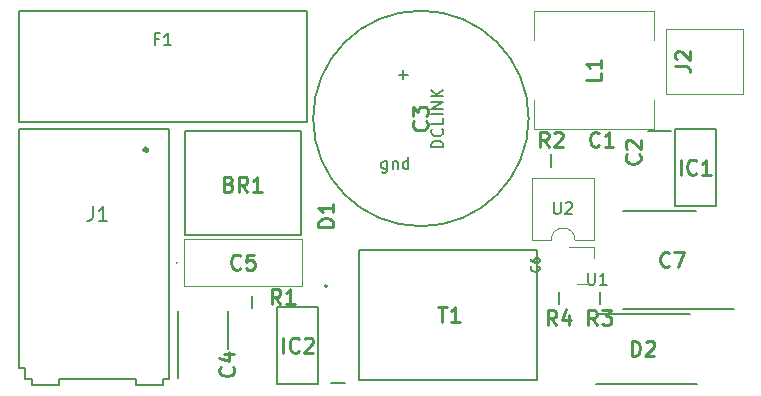
<source format=gbr>
%TF.GenerationSoftware,KiCad,Pcbnew,(5.1.12-1-g0a0a2da680)-1*%
%TF.CreationDate,2021-11-23T21:30:51+01:00*%
%TF.ProjectId,SMPS,534d5053-2e6b-4696-9361-645f70636258,rev?*%
%TF.SameCoordinates,Original*%
%TF.FileFunction,Legend,Top*%
%TF.FilePolarity,Positive*%
%FSLAX46Y46*%
G04 Gerber Fmt 4.6, Leading zero omitted, Abs format (unit mm)*
G04 Created by KiCad (PCBNEW (5.1.12-1-g0a0a2da680)-1) date 2021-11-23 21:30:51*
%MOMM*%
%LPD*%
G01*
G04 APERTURE LIST*
%ADD10C,0.150000*%
%ADD11C,0.127000*%
%ADD12C,0.200000*%
%ADD13C,0.100000*%
%ADD14C,0.400000*%
%ADD15C,0.254000*%
%ADD16C,0.120000*%
%ADD17C,0.187500*%
G04 APERTURE END LIST*
D10*
X79419047Y-65671428D02*
X80180952Y-65671428D01*
X79800000Y-66052380D02*
X79800000Y-65290476D01*
X78409523Y-72985714D02*
X78409523Y-73795238D01*
X78361904Y-73890476D01*
X78314285Y-73938095D01*
X78219047Y-73985714D01*
X78076190Y-73985714D01*
X77980952Y-73938095D01*
X78409523Y-73604761D02*
X78314285Y-73652380D01*
X78123809Y-73652380D01*
X78028571Y-73604761D01*
X77980952Y-73557142D01*
X77933333Y-73461904D01*
X77933333Y-73176190D01*
X77980952Y-73080952D01*
X78028571Y-73033333D01*
X78123809Y-72985714D01*
X78314285Y-72985714D01*
X78409523Y-73033333D01*
X78885714Y-72985714D02*
X78885714Y-73652380D01*
X78885714Y-73080952D02*
X78933333Y-73033333D01*
X79028571Y-72985714D01*
X79171428Y-72985714D01*
X79266666Y-73033333D01*
X79314285Y-73128571D01*
X79314285Y-73652380D01*
X80219047Y-73652380D02*
X80219047Y-72652380D01*
X80219047Y-73604761D02*
X80123809Y-73652380D01*
X79933333Y-73652380D01*
X79838095Y-73604761D01*
X79790476Y-73557142D01*
X79742857Y-73461904D01*
X79742857Y-73176190D01*
X79790476Y-73080952D01*
X79838095Y-73033333D01*
X79933333Y-72985714D01*
X80123809Y-72985714D01*
X80219047Y-73033333D01*
X83152380Y-71828571D02*
X82152380Y-71828571D01*
X82152380Y-71590476D01*
X82200000Y-71447619D01*
X82295238Y-71352380D01*
X82390476Y-71304761D01*
X82580952Y-71257142D01*
X82723809Y-71257142D01*
X82914285Y-71304761D01*
X83009523Y-71352380D01*
X83104761Y-71447619D01*
X83152380Y-71590476D01*
X83152380Y-71828571D01*
X83057142Y-70257142D02*
X83104761Y-70304761D01*
X83152380Y-70447619D01*
X83152380Y-70542857D01*
X83104761Y-70685714D01*
X83009523Y-70780952D01*
X82914285Y-70828571D01*
X82723809Y-70876190D01*
X82580952Y-70876190D01*
X82390476Y-70828571D01*
X82295238Y-70780952D01*
X82200000Y-70685714D01*
X82152380Y-70542857D01*
X82152380Y-70447619D01*
X82200000Y-70304761D01*
X82247619Y-70257142D01*
X83152380Y-69352380D02*
X83152380Y-69828571D01*
X82152380Y-69828571D01*
X83152380Y-69019047D02*
X82152380Y-69019047D01*
X83152380Y-68542857D02*
X82152380Y-68542857D01*
X83152380Y-67971428D01*
X82152380Y-67971428D01*
X83152380Y-67495238D02*
X82152380Y-67495238D01*
X83152380Y-66923809D02*
X82580952Y-67352380D01*
X82152380Y-66923809D02*
X82723809Y-67495238D01*
D11*
%TO.C,T1*%
X91075000Y-80525000D02*
X76075000Y-80525000D01*
X91075000Y-91525000D02*
X76075000Y-91525000D01*
X76075000Y-91525000D02*
X76075000Y-80525000D01*
X91075000Y-91525000D02*
X91075000Y-80525000D01*
D12*
%TO.C,R4*%
X92950000Y-84075000D02*
X92950000Y-85125000D01*
%TO.C,R3*%
X96425000Y-85125000D02*
X96425000Y-84075000D01*
%TO.C,R2*%
X92300000Y-72400000D02*
X92300000Y-73450000D01*
%TO.C,R1*%
X66950000Y-84400000D02*
X66950000Y-85450000D01*
D13*
%TO.C,L1*%
X101005000Y-70275000D02*
X101025000Y-67815000D01*
X90825000Y-70275000D02*
X101005000Y-70275000D01*
X90825000Y-67815000D02*
X90825000Y-70275000D01*
X90845000Y-60275000D02*
X90845000Y-62735000D01*
X101005000Y-60275000D02*
X90845000Y-60275000D01*
X101005000Y-62735000D02*
X101005000Y-60275000D01*
%TO.C,J2*%
X108525000Y-67325000D02*
X102025000Y-67325000D01*
X108525000Y-61785000D02*
X108525000Y-67325000D01*
X102025000Y-61785000D02*
X108525000Y-61785000D01*
X102025000Y-67325000D02*
X102025000Y-61785000D01*
D14*
%TO.C,J1*%
X58075000Y-72025000D02*
G75*
G03*
X58075000Y-72025000I-100000J0D01*
G01*
D12*
X47275000Y-70275000D02*
X59975000Y-70275000D01*
X47275000Y-90475000D02*
X47275000Y-70275000D01*
X47775000Y-90475000D02*
X47275000Y-90475000D01*
X47775000Y-91475000D02*
X47775000Y-90475000D01*
X48325000Y-91475000D02*
X47775000Y-91475000D01*
X48325000Y-91975000D02*
X48325000Y-91475000D01*
X50625000Y-91975000D02*
X48325000Y-91975000D01*
X50625000Y-91475000D02*
X50625000Y-91975000D01*
X57125000Y-91475000D02*
X50625000Y-91475000D01*
X57125000Y-91975000D02*
X57125000Y-91475000D01*
X59425000Y-91975000D02*
X57125000Y-91975000D01*
X59425000Y-91475000D02*
X59425000Y-91975000D01*
X59975000Y-91475000D02*
X59425000Y-91475000D01*
X59975000Y-70275000D02*
X59975000Y-91475000D01*
%TO.C,IC2*%
X74850000Y-91775000D02*
X73650000Y-91775000D01*
X72600000Y-85375000D02*
X72600000Y-91875000D01*
X69100000Y-85375000D02*
X72600000Y-85375000D01*
X69100000Y-91875000D02*
X69100000Y-85375000D01*
X72600000Y-91875000D02*
X69100000Y-91875000D01*
%TO.C,IC1*%
X100475000Y-70450000D02*
X102425000Y-70450000D01*
X102775000Y-76800000D02*
X102775000Y-70300000D01*
X106225000Y-76800000D02*
X102775000Y-76800000D01*
X106225000Y-70300000D02*
X106225000Y-76800000D01*
X102775000Y-70300000D02*
X106225000Y-70300000D01*
D11*
%TO.C,F1*%
X71650000Y-69650000D02*
X47250000Y-69650000D01*
X71650000Y-60250000D02*
X71650000Y-69650000D01*
X47250000Y-60250000D02*
X71650000Y-60250000D01*
X47250000Y-69650000D02*
X47250000Y-60250000D01*
D12*
%TO.C,D2*%
X104020000Y-85948000D02*
X96080000Y-85948000D01*
X96080000Y-91852000D02*
X104650000Y-91852000D01*
D15*
%TO.C,D1*%
X73295850Y-83568000D02*
G75*
G03*
X73295850Y-83568000I-64850J0D01*
G01*
D12*
%TO.C,C7*%
X104600000Y-77225000D02*
X98375000Y-77225000D01*
X107825000Y-85525000D02*
X98375000Y-85525000D01*
%TO.C,C4*%
X64975000Y-88875000D02*
X64975000Y-85650000D01*
X60675000Y-91350000D02*
X60675000Y-85650000D01*
%TO.C,C3*%
X90400000Y-69375000D02*
G75*
G03*
X90400000Y-69375000I-9125000J0D01*
G01*
D16*
%TO.C,U2*%
X95960000Y-83380000D02*
X95960000Y-82450000D01*
X95960000Y-80220000D02*
X95960000Y-81150000D01*
X95960000Y-80220000D02*
X93800000Y-80220000D01*
X95960000Y-83380000D02*
X94500000Y-83380000D01*
%TO.C,U1*%
X94315000Y-79655000D02*
X95965000Y-79655000D01*
X95965000Y-79655000D02*
X95965000Y-74455000D01*
X95965000Y-74455000D02*
X90665000Y-74455000D01*
X90665000Y-74455000D02*
X90665000Y-79655000D01*
X90665000Y-79655000D02*
X92315000Y-79655000D01*
X92315000Y-79655000D02*
G75*
G02*
X94315000Y-79655000I1000000J0D01*
G01*
D13*
%TO.C,C5*%
X61200000Y-79575000D02*
X71200000Y-79575000D01*
X71200000Y-79575000D02*
X71200000Y-83575000D01*
X71200000Y-83575000D02*
X61200000Y-83575000D01*
X61200000Y-83575000D02*
X61200000Y-79575000D01*
D12*
X60650000Y-81575000D02*
G75*
G03*
X60650000Y-81575000I-50000J0D01*
G01*
%TO.C,BR1*%
X61270000Y-70430000D02*
X71130000Y-70430000D01*
X71130000Y-70430000D02*
X71130000Y-79270000D01*
X71130000Y-79270000D02*
X61270000Y-79270000D01*
X61270000Y-79270000D02*
X61270000Y-70430000D01*
%TO.C,T1*%
D15*
X82732380Y-85304523D02*
X83458095Y-85304523D01*
X83095238Y-86574523D02*
X83095238Y-85304523D01*
X84546666Y-86574523D02*
X83820952Y-86574523D01*
X84183809Y-86574523D02*
X84183809Y-85304523D01*
X84062857Y-85485952D01*
X83941904Y-85606904D01*
X83820952Y-85667380D01*
%TO.C,R4*%
X92738333Y-86874523D02*
X92315000Y-86269761D01*
X92012619Y-86874523D02*
X92012619Y-85604523D01*
X92496428Y-85604523D01*
X92617380Y-85665000D01*
X92677857Y-85725476D01*
X92738333Y-85846428D01*
X92738333Y-86027857D01*
X92677857Y-86148809D01*
X92617380Y-86209285D01*
X92496428Y-86269761D01*
X92012619Y-86269761D01*
X93826904Y-86027857D02*
X93826904Y-86874523D01*
X93524523Y-85544047D02*
X93222142Y-86451190D01*
X94008333Y-86451190D01*
%TO.C,R3*%
X96188333Y-86874523D02*
X95765000Y-86269761D01*
X95462619Y-86874523D02*
X95462619Y-85604523D01*
X95946428Y-85604523D01*
X96067380Y-85665000D01*
X96127857Y-85725476D01*
X96188333Y-85846428D01*
X96188333Y-86027857D01*
X96127857Y-86148809D01*
X96067380Y-86209285D01*
X95946428Y-86269761D01*
X95462619Y-86269761D01*
X96611666Y-85604523D02*
X97397857Y-85604523D01*
X96974523Y-86088333D01*
X97155952Y-86088333D01*
X97276904Y-86148809D01*
X97337380Y-86209285D01*
X97397857Y-86330238D01*
X97397857Y-86632619D01*
X97337380Y-86753571D01*
X97276904Y-86814047D01*
X97155952Y-86874523D01*
X96793095Y-86874523D01*
X96672142Y-86814047D01*
X96611666Y-86753571D01*
%TO.C,R2*%
X92088333Y-71774523D02*
X91665000Y-71169761D01*
X91362619Y-71774523D02*
X91362619Y-70504523D01*
X91846428Y-70504523D01*
X91967380Y-70565000D01*
X92027857Y-70625476D01*
X92088333Y-70746428D01*
X92088333Y-70927857D01*
X92027857Y-71048809D01*
X91967380Y-71109285D01*
X91846428Y-71169761D01*
X91362619Y-71169761D01*
X92572142Y-70625476D02*
X92632619Y-70565000D01*
X92753571Y-70504523D01*
X93055952Y-70504523D01*
X93176904Y-70565000D01*
X93237380Y-70625476D01*
X93297857Y-70746428D01*
X93297857Y-70867380D01*
X93237380Y-71048809D01*
X92511666Y-71774523D01*
X93297857Y-71774523D01*
%TO.C,R1*%
X69388333Y-85074523D02*
X68965000Y-84469761D01*
X68662619Y-85074523D02*
X68662619Y-83804523D01*
X69146428Y-83804523D01*
X69267380Y-83865000D01*
X69327857Y-83925476D01*
X69388333Y-84046428D01*
X69388333Y-84227857D01*
X69327857Y-84348809D01*
X69267380Y-84409285D01*
X69146428Y-84469761D01*
X68662619Y-84469761D01*
X70597857Y-85074523D02*
X69872142Y-85074523D01*
X70235000Y-85074523D02*
X70235000Y-83804523D01*
X70114047Y-83985952D01*
X69993095Y-84106904D01*
X69872142Y-84167380D01*
%TO.C,L1*%
X96499523Y-65486666D02*
X96499523Y-66091428D01*
X95229523Y-66091428D01*
X96499523Y-64398095D02*
X96499523Y-65123809D01*
X96499523Y-64760952D02*
X95229523Y-64760952D01*
X95410952Y-64881904D01*
X95531904Y-65002857D01*
X95592380Y-65123809D01*
%TO.C,J2*%
X102804523Y-64923333D02*
X103711666Y-64923333D01*
X103893095Y-64983809D01*
X104014047Y-65104761D01*
X104074523Y-65286190D01*
X104074523Y-65407142D01*
X102925476Y-64379047D02*
X102865000Y-64318571D01*
X102804523Y-64197619D01*
X102804523Y-63895238D01*
X102865000Y-63774285D01*
X102925476Y-63713809D01*
X103046428Y-63653333D01*
X103167380Y-63653333D01*
X103348809Y-63713809D01*
X104074523Y-64439523D01*
X104074523Y-63653333D01*
%TO.C,J1*%
D10*
X53483333Y-76815476D02*
X53483333Y-77708333D01*
X53423809Y-77886904D01*
X53304761Y-78005952D01*
X53126190Y-78065476D01*
X53007142Y-78065476D01*
X54733333Y-78065476D02*
X54019047Y-78065476D01*
X54376190Y-78065476D02*
X54376190Y-76815476D01*
X54257142Y-76994047D01*
X54138095Y-77113095D01*
X54019047Y-77172619D01*
%TO.C,IC2*%
D15*
X69610238Y-89199523D02*
X69610238Y-87929523D01*
X70940714Y-89078571D02*
X70880238Y-89139047D01*
X70698809Y-89199523D01*
X70577857Y-89199523D01*
X70396428Y-89139047D01*
X70275476Y-89018095D01*
X70215000Y-88897142D01*
X70154523Y-88655238D01*
X70154523Y-88473809D01*
X70215000Y-88231904D01*
X70275476Y-88110952D01*
X70396428Y-87990000D01*
X70577857Y-87929523D01*
X70698809Y-87929523D01*
X70880238Y-87990000D01*
X70940714Y-88050476D01*
X71424523Y-88050476D02*
X71485000Y-87990000D01*
X71605952Y-87929523D01*
X71908333Y-87929523D01*
X72029285Y-87990000D01*
X72089761Y-88050476D01*
X72150238Y-88171428D01*
X72150238Y-88292380D01*
X72089761Y-88473809D01*
X71364047Y-89199523D01*
X72150238Y-89199523D01*
%TO.C,IC1*%
X103260238Y-74124523D02*
X103260238Y-72854523D01*
X104590714Y-74003571D02*
X104530238Y-74064047D01*
X104348809Y-74124523D01*
X104227857Y-74124523D01*
X104046428Y-74064047D01*
X103925476Y-73943095D01*
X103865000Y-73822142D01*
X103804523Y-73580238D01*
X103804523Y-73398809D01*
X103865000Y-73156904D01*
X103925476Y-73035952D01*
X104046428Y-72915000D01*
X104227857Y-72854523D01*
X104348809Y-72854523D01*
X104530238Y-72915000D01*
X104590714Y-72975476D01*
X105800238Y-74124523D02*
X105074523Y-74124523D01*
X105437380Y-74124523D02*
X105437380Y-72854523D01*
X105316428Y-73035952D01*
X105195476Y-73156904D01*
X105074523Y-73217380D01*
%TO.C,F1*%
D10*
X59065094Y-62628234D02*
X58730188Y-62628234D01*
X58730188Y-63154514D02*
X58730188Y-62149797D01*
X59208625Y-62149797D01*
X60117655Y-63154514D02*
X59543531Y-63154514D01*
X59830593Y-63154514D02*
X59830593Y-62149797D01*
X59734905Y-62293328D01*
X59639218Y-62389016D01*
X59543531Y-62436859D01*
%TO.C,D2*%
D15*
X99112619Y-89474523D02*
X99112619Y-88204523D01*
X99415000Y-88204523D01*
X99596428Y-88265000D01*
X99717380Y-88385952D01*
X99777857Y-88506904D01*
X99838333Y-88748809D01*
X99838333Y-88930238D01*
X99777857Y-89172142D01*
X99717380Y-89293095D01*
X99596428Y-89414047D01*
X99415000Y-89474523D01*
X99112619Y-89474523D01*
X100322142Y-88325476D02*
X100382619Y-88265000D01*
X100503571Y-88204523D01*
X100805952Y-88204523D01*
X100926904Y-88265000D01*
X100987380Y-88325476D01*
X101047857Y-88446428D01*
X101047857Y-88567380D01*
X100987380Y-88748809D01*
X100261666Y-89474523D01*
X101047857Y-89474523D01*
%TO.C,D1*%
X73874523Y-78537380D02*
X72604523Y-78537380D01*
X72604523Y-78235000D01*
X72665000Y-78053571D01*
X72785952Y-77932619D01*
X72906904Y-77872142D01*
X73148809Y-77811666D01*
X73330238Y-77811666D01*
X73572142Y-77872142D01*
X73693095Y-77932619D01*
X73814047Y-78053571D01*
X73874523Y-78235000D01*
X73874523Y-78537380D01*
X73874523Y-76602142D02*
X73874523Y-77327857D01*
X73874523Y-76965000D02*
X72604523Y-76965000D01*
X72785952Y-77085952D01*
X72906904Y-77206904D01*
X72967380Y-77327857D01*
%TO.C,C7*%
X102313333Y-81828571D02*
X102252857Y-81889047D01*
X102071428Y-81949523D01*
X101950476Y-81949523D01*
X101769047Y-81889047D01*
X101648095Y-81768095D01*
X101587619Y-81647142D01*
X101527142Y-81405238D01*
X101527142Y-81223809D01*
X101587619Y-80981904D01*
X101648095Y-80860952D01*
X101769047Y-80740000D01*
X101950476Y-80679523D01*
X102071428Y-80679523D01*
X102252857Y-80740000D01*
X102313333Y-80800476D01*
X102736666Y-80679523D02*
X103583333Y-80679523D01*
X103039047Y-81949523D01*
%TO.C,C6*%
D17*
X91267857Y-81875000D02*
X91303571Y-81910714D01*
X91339285Y-82017857D01*
X91339285Y-82089285D01*
X91303571Y-82196428D01*
X91232142Y-82267857D01*
X91160714Y-82303571D01*
X91017857Y-82339285D01*
X90910714Y-82339285D01*
X90767857Y-82303571D01*
X90696428Y-82267857D01*
X90625000Y-82196428D01*
X90589285Y-82089285D01*
X90589285Y-82017857D01*
X90625000Y-81910714D01*
X90660714Y-81875000D01*
X90589285Y-81232142D02*
X90589285Y-81375000D01*
X90625000Y-81446428D01*
X90660714Y-81482142D01*
X90767857Y-81553571D01*
X90910714Y-81589285D01*
X91196428Y-81589285D01*
X91267857Y-81553571D01*
X91303571Y-81517857D01*
X91339285Y-81446428D01*
X91339285Y-81303571D01*
X91303571Y-81232142D01*
X91267857Y-81196428D01*
X91196428Y-81160714D01*
X91017857Y-81160714D01*
X90946428Y-81196428D01*
X90910714Y-81232142D01*
X90875000Y-81303571D01*
X90875000Y-81446428D01*
X90910714Y-81517857D01*
X90946428Y-81553571D01*
X91017857Y-81589285D01*
%TO.C,C4*%
D15*
X65353571Y-90411666D02*
X65414047Y-90472142D01*
X65474523Y-90653571D01*
X65474523Y-90774523D01*
X65414047Y-90955952D01*
X65293095Y-91076904D01*
X65172142Y-91137380D01*
X64930238Y-91197857D01*
X64748809Y-91197857D01*
X64506904Y-91137380D01*
X64385952Y-91076904D01*
X64265000Y-90955952D01*
X64204523Y-90774523D01*
X64204523Y-90653571D01*
X64265000Y-90472142D01*
X64325476Y-90411666D01*
X64627857Y-89323095D02*
X65474523Y-89323095D01*
X64144047Y-89625476D02*
X65051190Y-89927857D01*
X65051190Y-89141666D01*
%TO.C,C3*%
X81728571Y-69586666D02*
X81789047Y-69647142D01*
X81849523Y-69828571D01*
X81849523Y-69949523D01*
X81789047Y-70130952D01*
X81668095Y-70251904D01*
X81547142Y-70312380D01*
X81305238Y-70372857D01*
X81123809Y-70372857D01*
X80881904Y-70312380D01*
X80760952Y-70251904D01*
X80640000Y-70130952D01*
X80579523Y-69949523D01*
X80579523Y-69828571D01*
X80640000Y-69647142D01*
X80700476Y-69586666D01*
X80579523Y-69163333D02*
X80579523Y-68377142D01*
X81063333Y-68800476D01*
X81063333Y-68619047D01*
X81123809Y-68498095D01*
X81184285Y-68437619D01*
X81305238Y-68377142D01*
X81607619Y-68377142D01*
X81728571Y-68437619D01*
X81789047Y-68498095D01*
X81849523Y-68619047D01*
X81849523Y-68981904D01*
X81789047Y-69102857D01*
X81728571Y-69163333D01*
%TO.C,C2*%
X99753571Y-72411666D02*
X99814047Y-72472142D01*
X99874523Y-72653571D01*
X99874523Y-72774523D01*
X99814047Y-72955952D01*
X99693095Y-73076904D01*
X99572142Y-73137380D01*
X99330238Y-73197857D01*
X99148809Y-73197857D01*
X98906904Y-73137380D01*
X98785952Y-73076904D01*
X98665000Y-72955952D01*
X98604523Y-72774523D01*
X98604523Y-72653571D01*
X98665000Y-72472142D01*
X98725476Y-72411666D01*
X98725476Y-71927857D02*
X98665000Y-71867380D01*
X98604523Y-71746428D01*
X98604523Y-71444047D01*
X98665000Y-71323095D01*
X98725476Y-71262619D01*
X98846428Y-71202142D01*
X98967380Y-71202142D01*
X99148809Y-71262619D01*
X99874523Y-71988333D01*
X99874523Y-71202142D01*
%TO.C,C1*%
X96363333Y-71653571D02*
X96302857Y-71714047D01*
X96121428Y-71774523D01*
X96000476Y-71774523D01*
X95819047Y-71714047D01*
X95698095Y-71593095D01*
X95637619Y-71472142D01*
X95577142Y-71230238D01*
X95577142Y-71048809D01*
X95637619Y-70806904D01*
X95698095Y-70685952D01*
X95819047Y-70565000D01*
X96000476Y-70504523D01*
X96121428Y-70504523D01*
X96302857Y-70565000D01*
X96363333Y-70625476D01*
X97572857Y-71774523D02*
X96847142Y-71774523D01*
X97210000Y-71774523D02*
X97210000Y-70504523D01*
X97089047Y-70685952D01*
X96968095Y-70806904D01*
X96847142Y-70867380D01*
%TO.C,U2*%
D10*
X92538095Y-76452380D02*
X92538095Y-77261904D01*
X92585714Y-77357142D01*
X92633333Y-77404761D01*
X92728571Y-77452380D01*
X92919047Y-77452380D01*
X93014285Y-77404761D01*
X93061904Y-77357142D01*
X93109523Y-77261904D01*
X93109523Y-76452380D01*
X93538095Y-76547619D02*
X93585714Y-76500000D01*
X93680952Y-76452380D01*
X93919047Y-76452380D01*
X94014285Y-76500000D01*
X94061904Y-76547619D01*
X94109523Y-76642857D01*
X94109523Y-76738095D01*
X94061904Y-76880952D01*
X93490476Y-77452380D01*
X94109523Y-77452380D01*
%TO.C,U1*%
X95438095Y-82452380D02*
X95438095Y-83261904D01*
X95485714Y-83357142D01*
X95533333Y-83404761D01*
X95628571Y-83452380D01*
X95819047Y-83452380D01*
X95914285Y-83404761D01*
X95961904Y-83357142D01*
X96009523Y-83261904D01*
X96009523Y-82452380D01*
X97009523Y-83452380D02*
X96438095Y-83452380D01*
X96723809Y-83452380D02*
X96723809Y-82452380D01*
X96628571Y-82595238D01*
X96533333Y-82690476D01*
X96438095Y-82738095D01*
%TO.C,C5*%
D15*
X65988333Y-82053571D02*
X65927857Y-82114047D01*
X65746428Y-82174523D01*
X65625476Y-82174523D01*
X65444047Y-82114047D01*
X65323095Y-81993095D01*
X65262619Y-81872142D01*
X65202142Y-81630238D01*
X65202142Y-81448809D01*
X65262619Y-81206904D01*
X65323095Y-81085952D01*
X65444047Y-80965000D01*
X65625476Y-80904523D01*
X65746428Y-80904523D01*
X65927857Y-80965000D01*
X65988333Y-81025476D01*
X67137380Y-80904523D02*
X66532619Y-80904523D01*
X66472142Y-81509285D01*
X66532619Y-81448809D01*
X66653571Y-81388333D01*
X66955952Y-81388333D01*
X67076904Y-81448809D01*
X67137380Y-81509285D01*
X67197857Y-81630238D01*
X67197857Y-81932619D01*
X67137380Y-82053571D01*
X67076904Y-82114047D01*
X66955952Y-82174523D01*
X66653571Y-82174523D01*
X66532619Y-82114047D01*
X66472142Y-82053571D01*
%TO.C,BR1*%
X64997952Y-74910285D02*
X65179380Y-74970761D01*
X65239857Y-75031238D01*
X65300333Y-75152190D01*
X65300333Y-75333619D01*
X65239857Y-75454571D01*
X65179380Y-75515047D01*
X65058428Y-75575523D01*
X64574619Y-75575523D01*
X64574619Y-74305523D01*
X64997952Y-74305523D01*
X65118904Y-74366000D01*
X65179380Y-74426476D01*
X65239857Y-74547428D01*
X65239857Y-74668380D01*
X65179380Y-74789333D01*
X65118904Y-74849809D01*
X64997952Y-74910285D01*
X64574619Y-74910285D01*
X66570333Y-75575523D02*
X66147000Y-74970761D01*
X65844619Y-75575523D02*
X65844619Y-74305523D01*
X66328428Y-74305523D01*
X66449380Y-74366000D01*
X66509857Y-74426476D01*
X66570333Y-74547428D01*
X66570333Y-74728857D01*
X66509857Y-74849809D01*
X66449380Y-74910285D01*
X66328428Y-74970761D01*
X65844619Y-74970761D01*
X67779857Y-75575523D02*
X67054142Y-75575523D01*
X67417000Y-75575523D02*
X67417000Y-74305523D01*
X67296047Y-74486952D01*
X67175095Y-74607904D01*
X67054142Y-74668380D01*
%TD*%
M02*

</source>
